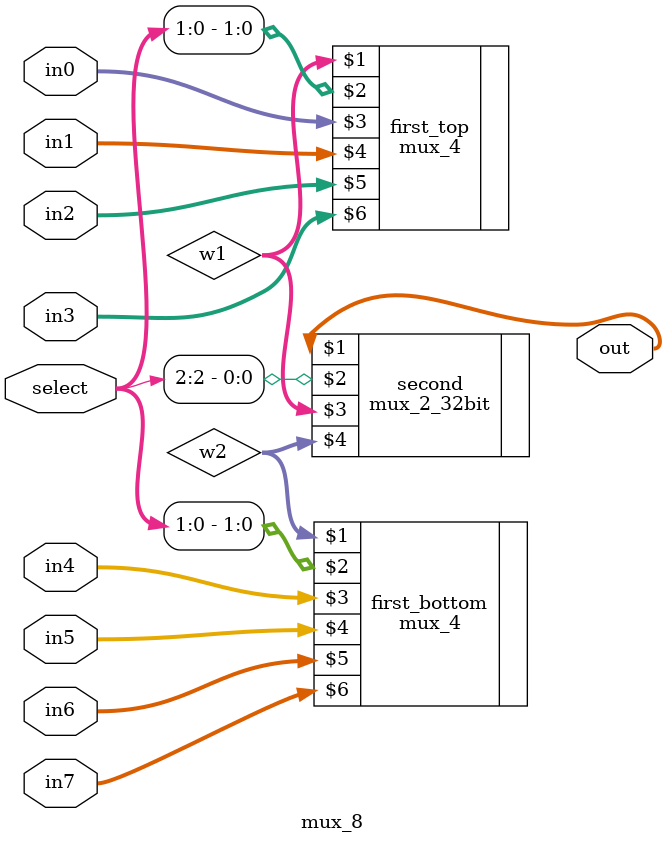
<source format=v>
module mux_8(out, select, in0, in1, in2, in3, in4, in5, in6, in7);
	input [2:0] select;
	input [31:0] in0, in1, in2, in3, in4, in5, in6, in7;
	output [31:0] out;
	wire [31:0] w1, w2;
	mux_4 first_top(w1, select[1:0], in0, in1, in2, in3);
	mux_4 first_bottom(w2, select[1:0], in4, in5, in6, in7);
	mux_2_32bit second(out, select[2], w1, w2);
endmodule
</source>
